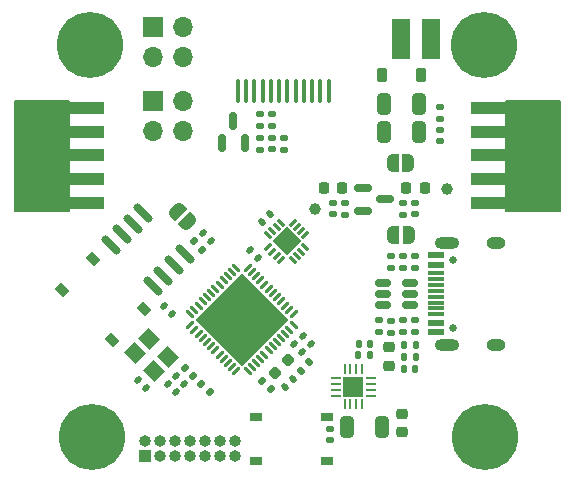
<source format=gbr>
%TF.GenerationSoftware,KiCad,Pcbnew,7.0.5-0*%
%TF.CreationDate,2023-07-12T10:20:26-04:00*%
%TF.ProjectId,stm32g431-mt6701-stspin233,73746d33-3267-4343-9331-2d6d74363730,rev?*%
%TF.SameCoordinates,Original*%
%TF.FileFunction,Soldermask,Top*%
%TF.FilePolarity,Negative*%
%FSLAX46Y46*%
G04 Gerber Fmt 4.6, Leading zero omitted, Abs format (unit mm)*
G04 Created by KiCad (PCBNEW 7.0.5-0) date 2023-07-12 10:20:26*
%MOMM*%
%LPD*%
G01*
G04 APERTURE LIST*
G04 Aperture macros list*
%AMRoundRect*
0 Rectangle with rounded corners*
0 $1 Rounding radius*
0 $2 $3 $4 $5 $6 $7 $8 $9 X,Y pos of 4 corners*
0 Add a 4 corners polygon primitive as box body*
4,1,4,$2,$3,$4,$5,$6,$7,$8,$9,$2,$3,0*
0 Add four circle primitives for the rounded corners*
1,1,$1+$1,$2,$3*
1,1,$1+$1,$4,$5*
1,1,$1+$1,$6,$7*
1,1,$1+$1,$8,$9*
0 Add four rect primitives between the rounded corners*
20,1,$1+$1,$2,$3,$4,$5,0*
20,1,$1+$1,$4,$5,$6,$7,0*
20,1,$1+$1,$6,$7,$8,$9,0*
20,1,$1+$1,$8,$9,$2,$3,0*%
%AMRotRect*
0 Rectangle, with rotation*
0 The origin of the aperture is its center*
0 $1 length*
0 $2 width*
0 $3 Rotation angle, in degrees counterclockwise*
0 Add horizontal line*
21,1,$1,$2,0,0,$3*%
%AMFreePoly0*
4,1,19,0.500000,-0.750000,0.000000,-0.750000,0.000000,-0.744911,-0.071157,-0.744911,-0.207708,-0.704816,-0.327430,-0.627875,-0.420627,-0.520320,-0.479746,-0.390866,-0.500000,-0.250000,-0.500000,0.250000,-0.479746,0.390866,-0.420627,0.520320,-0.327430,0.627875,-0.207708,0.704816,-0.071157,0.744911,0.000000,0.744911,0.000000,0.750000,0.500000,0.750000,0.500000,-0.750000,0.500000,-0.750000,
$1*%
%AMFreePoly1*
4,1,19,0.000000,0.744911,0.071157,0.744911,0.207708,0.704816,0.327430,0.627875,0.420627,0.520320,0.479746,0.390866,0.500000,0.250000,0.500000,-0.250000,0.479746,-0.390866,0.420627,-0.520320,0.327430,-0.627875,0.207708,-0.704816,0.071157,-0.744911,0.000000,-0.744911,0.000000,-0.750000,-0.500000,-0.750000,-0.500000,0.750000,0.000000,0.750000,0.000000,0.744911,0.000000,0.744911,
$1*%
G04 Aperture macros list end*
%ADD10C,0.150000*%
%ADD11RoundRect,0.140000X0.170000X-0.140000X0.170000X0.140000X-0.170000X0.140000X-0.170000X-0.140000X0*%
%ADD12RoundRect,0.218750X-0.218750X-0.256250X0.218750X-0.256250X0.218750X0.256250X-0.218750X0.256250X0*%
%ADD13RoundRect,0.150000X0.689429X-0.477297X-0.477297X0.689429X-0.689429X0.477297X0.477297X-0.689429X0*%
%ADD14RoundRect,0.135000X-0.185000X0.135000X-0.185000X-0.135000X0.185000X-0.135000X0.185000X0.135000X0*%
%ADD15RoundRect,0.135000X-0.135000X-0.185000X0.135000X-0.185000X0.135000X0.185000X-0.135000X0.185000X0*%
%ADD16RoundRect,0.140000X-0.170000X0.140000X-0.170000X-0.140000X0.170000X-0.140000X0.170000X0.140000X0*%
%ADD17RoundRect,0.135000X0.135000X0.185000X-0.135000X0.185000X-0.135000X-0.185000X0.135000X-0.185000X0*%
%ADD18RoundRect,0.135000X0.185000X-0.135000X0.185000X0.135000X-0.185000X0.135000X-0.185000X-0.135000X0*%
%ADD19RoundRect,0.150000X0.150000X-0.587500X0.150000X0.587500X-0.150000X0.587500X-0.150000X-0.587500X0*%
%ADD20RoundRect,0.135000X0.226274X0.035355X0.035355X0.226274X-0.226274X-0.035355X-0.035355X-0.226274X0*%
%ADD21C,5.600000*%
%ADD22FreePoly0,180.000000*%
%ADD23FreePoly1,180.000000*%
%ADD24RoundRect,0.225000X0.250000X-0.225000X0.250000X0.225000X-0.250000X0.225000X-0.250000X-0.225000X0*%
%ADD25R,1.500000X3.500000*%
%ADD26RoundRect,0.135000X-0.226274X-0.035355X-0.035355X-0.226274X0.226274X0.035355X0.035355X0.226274X0*%
%ADD27RoundRect,0.140000X-0.140000X-0.170000X0.140000X-0.170000X0.140000X0.170000X-0.140000X0.170000X0*%
%ADD28RoundRect,0.218750X0.256250X-0.218750X0.256250X0.218750X-0.256250X0.218750X-0.256250X-0.218750X0*%
%ADD29RoundRect,0.250000X-0.325000X-0.650000X0.325000X-0.650000X0.325000X0.650000X-0.325000X0.650000X0*%
%ADD30R,1.000000X1.000000*%
%ADD31O,1.000000X1.000000*%
%ADD32RoundRect,0.218750X0.218750X0.256250X-0.218750X0.256250X-0.218750X-0.256250X0.218750X-0.256250X0*%
%ADD33RoundRect,0.140000X-0.219203X-0.021213X-0.021213X-0.219203X0.219203X0.021213X0.021213X0.219203X0*%
%ADD34RoundRect,0.135000X0.035355X-0.226274X0.226274X-0.035355X-0.035355X0.226274X-0.226274X0.035355X0*%
%ADD35RoundRect,0.225000X0.225000X0.375000X-0.225000X0.375000X-0.225000X-0.375000X0.225000X-0.375000X0*%
%ADD36RotRect,1.400000X1.200000X315.000000*%
%ADD37RoundRect,0.150000X0.512500X0.150000X-0.512500X0.150000X-0.512500X-0.150000X0.512500X-0.150000X0*%
%ADD38RoundRect,0.062500X-0.325000X-0.062500X0.325000X-0.062500X0.325000X0.062500X-0.325000X0.062500X0*%
%ADD39RoundRect,0.062500X-0.062500X-0.325000X0.062500X-0.325000X0.062500X0.325000X-0.062500X0.325000X0*%
%ADD40R,1.800000X1.800000*%
%ADD41RoundRect,0.140000X0.219203X0.021213X0.021213X0.219203X-0.219203X-0.021213X-0.021213X-0.219203X0*%
%ADD42RoundRect,0.250000X0.325000X0.650000X-0.325000X0.650000X-0.325000X-0.650000X0.325000X-0.650000X0*%
%ADD43C,0.650000*%
%ADD44R,1.450000X0.600000*%
%ADD45R,1.450000X0.300000*%
%ADD46O,2.100000X1.000000*%
%ADD47O,1.600000X1.000000*%
%ADD48FreePoly0,315.000000*%
%ADD49FreePoly1,315.000000*%
%ADD50RoundRect,0.140000X-0.021213X0.219203X-0.219203X0.021213X0.021213X-0.219203X0.219203X-0.021213X0*%
%ADD51RoundRect,0.218750X-0.026517X0.335876X-0.335876X0.026517X0.026517X-0.335876X0.335876X-0.026517X0*%
%ADD52RoundRect,0.150000X-0.587500X-0.150000X0.587500X-0.150000X0.587500X0.150000X-0.587500X0.150000X0*%
%ADD53R,4.000000X1.000000*%
%ADD54RoundRect,0.062500X-0.220971X-0.309359X0.309359X0.220971X0.220971X0.309359X-0.309359X-0.220971X0*%
%ADD55RoundRect,0.062500X0.220971X-0.309359X0.309359X-0.220971X-0.220971X0.309359X-0.309359X0.220971X0*%
%ADD56RotRect,5.600000X5.600000X45.000000*%
%ADD57R,1.000000X0.750000*%
%ADD58C,1.000000*%
%ADD59RoundRect,0.062500X-0.203293X-0.291682X0.291682X0.203293X0.203293X0.291682X-0.291682X-0.203293X0*%
%ADD60RoundRect,0.062500X0.203293X-0.291682X0.291682X-0.203293X-0.203293X0.291682X-0.291682X0.203293X0*%
%ADD61RotRect,1.700000X1.700000X45.000000*%
%ADD62RotRect,1.000000X0.750000X135.000000*%
%ADD63R,1.700000X1.700000*%
%ADD64O,1.700000X1.700000*%
%ADD65RoundRect,0.087500X-0.087500X0.912500X-0.087500X-0.912500X0.087500X-0.912500X0.087500X0.912500X0*%
G04 APERTURE END LIST*
D10*
X146800000Y-55350000D02*
X151375000Y-55350000D01*
X151375000Y-64700000D01*
X146800000Y-64700000D01*
X146800000Y-55350000D01*
G36*
X146800000Y-55350000D02*
G01*
X151375000Y-55350000D01*
X151375000Y-64700000D01*
X146800000Y-64700000D01*
X146800000Y-55350000D01*
G37*
X105225000Y-55375000D02*
X109800000Y-55375000D01*
X109800000Y-64725000D01*
X105225000Y-64725000D01*
X105225000Y-55375000D01*
G36*
X105225000Y-55375000D02*
G01*
X109800000Y-55375000D01*
X109800000Y-64725000D01*
X105225000Y-64725000D01*
X105225000Y-55375000D01*
G37*
D11*
%TO.C,C707*%
X141250000Y-56880000D03*
X141250000Y-55920000D03*
%TD*%
D12*
%TO.C,D702*%
X131412500Y-62750000D03*
X132987500Y-62750000D03*
%TD*%
D13*
%TO.C,U101*%
X116926975Y-71073026D03*
X117825000Y-70175000D03*
X118723026Y-69276974D03*
X119621052Y-68378949D03*
X116120873Y-64878770D03*
X115222848Y-65776796D03*
X114324822Y-66674822D03*
X113426796Y-67572847D03*
%TD*%
D14*
%TO.C,R206*%
X136075000Y-73965000D03*
X136075000Y-74985000D03*
%TD*%
D15*
%TO.C,R303*%
X138155000Y-76025000D03*
X139175000Y-76025000D03*
%TD*%
D16*
%TO.C,C502*%
X127050000Y-56520000D03*
X127050000Y-57480000D03*
%TD*%
D17*
%TO.C,R301*%
X135335000Y-76925000D03*
X134315000Y-76925000D03*
%TD*%
D18*
%TO.C,R702*%
X133200000Y-65010000D03*
X133200000Y-63990000D03*
%TD*%
D19*
%TO.C,Q501*%
X122800000Y-58937500D03*
X124700000Y-58937500D03*
X123750000Y-57062500D03*
%TD*%
D20*
%TO.C,R203*%
X120356837Y-78681837D03*
X119635589Y-77960589D03*
%TD*%
D21*
%TO.C,H104*%
X145075000Y-83875000D03*
%TD*%
D22*
%TO.C,JP601*%
X138600000Y-66750000D03*
D23*
X137300000Y-66750000D03*
%TD*%
D24*
%TO.C,C303*%
X138000000Y-83400000D03*
X138000000Y-81850000D03*
%TD*%
D25*
%TO.C,J107*%
X137974693Y-50137500D03*
X140474693Y-50137500D03*
%TD*%
D26*
%TO.C,R401*%
X121014376Y-79339376D03*
X121735624Y-80060624D03*
%TD*%
D27*
%TO.C,C302*%
X138160000Y-78050000D03*
X139120000Y-78050000D03*
%TD*%
D11*
%TO.C,C706*%
X132175000Y-64980000D03*
X132175000Y-64020000D03*
%TD*%
D16*
%TO.C,C501*%
X127050000Y-58495000D03*
X127050000Y-59455000D03*
%TD*%
D14*
%TO.C,R601*%
X137100000Y-73975000D03*
X137100000Y-74995000D03*
%TD*%
D28*
%TO.C,D301*%
X136890000Y-77787500D03*
X136890000Y-76212500D03*
%TD*%
D22*
%TO.C,JP701*%
X138550000Y-60600000D03*
D23*
X137250000Y-60600000D03*
%TD*%
D29*
%TO.C,C701*%
X133375000Y-82950000D03*
X136325000Y-82950000D03*
%TD*%
D30*
%TO.C,J201*%
X116275000Y-85475000D03*
D31*
X116275000Y-84205000D03*
X117545000Y-85475000D03*
X117545000Y-84205000D03*
X118815000Y-85475000D03*
X118815000Y-84205000D03*
X120085000Y-85475000D03*
X120085000Y-84205000D03*
X121355000Y-85475000D03*
X121355000Y-84205000D03*
X122625000Y-85475000D03*
X122625000Y-84205000D03*
X123895000Y-85475000D03*
X123895000Y-84205000D03*
%TD*%
D18*
%TO.C,R501*%
X128075000Y-59510000D03*
X128075000Y-58490000D03*
%TD*%
D21*
%TO.C,H101*%
X144950000Y-50650000D03*
%TD*%
D32*
%TO.C,D701*%
X139962500Y-62750000D03*
X138387500Y-62750000D03*
%TD*%
D33*
%TO.C,C205*%
X115696178Y-78996178D03*
X116375000Y-79675000D03*
%TD*%
D34*
%TO.C,R202*%
X129439341Y-78231837D03*
X130160589Y-77510589D03*
%TD*%
D35*
%TO.C,D101*%
X139625000Y-53175000D03*
X136325000Y-53175000D03*
%TD*%
D36*
%TO.C,Y201*%
X115433543Y-76712705D03*
X116989178Y-78268340D03*
X118191259Y-77066259D03*
X116635624Y-75510624D03*
%TD*%
D37*
%TO.C,U601*%
X138700000Y-72695000D03*
X138700000Y-71745000D03*
X138700000Y-70795000D03*
X136425000Y-70795000D03*
X136425000Y-71745000D03*
X136425000Y-72695000D03*
%TD*%
D38*
%TO.C,U301*%
X132427500Y-78837500D03*
X132427500Y-79337500D03*
X132427500Y-79837500D03*
X132427500Y-80337500D03*
D39*
X133165000Y-81075000D03*
X133665000Y-81075000D03*
X134165000Y-81075000D03*
X134665000Y-81075000D03*
D38*
X135402500Y-80337500D03*
X135402500Y-79837500D03*
X135402500Y-79337500D03*
X135402500Y-78837500D03*
D39*
X134665000Y-78100000D03*
X134165000Y-78100000D03*
X133665000Y-78100000D03*
X133165000Y-78100000D03*
D40*
X133915000Y-79587500D03*
%TD*%
D41*
%TO.C,C202*%
X118514411Y-73389411D03*
X117835589Y-72710589D03*
%TD*%
D42*
%TO.C,C704*%
X139450000Y-58050000D03*
X136500000Y-58050000D03*
%TD*%
D18*
%TO.C,R503*%
X126025000Y-59500000D03*
X126025000Y-58480000D03*
%TD*%
D33*
%TO.C,C204*%
X129635589Y-75285589D03*
X130314411Y-75964411D03*
%TD*%
D16*
%TO.C,C705*%
X141250000Y-57825000D03*
X141250000Y-58785000D03*
%TD*%
D42*
%TO.C,C703*%
X139450000Y-55625000D03*
X136500000Y-55625000D03*
%TD*%
D18*
%TO.C,R204*%
X139125000Y-69535000D03*
X139125000Y-68515000D03*
%TD*%
D33*
%TO.C,C101*%
X121150000Y-66550000D03*
X121828822Y-67228822D03*
%TD*%
D43*
%TO.C,J601*%
X142375000Y-74590000D03*
X142375000Y-68810000D03*
D44*
X140930000Y-74950000D03*
X140930000Y-74150000D03*
D45*
X140930000Y-72950000D03*
X140930000Y-71950000D03*
X140930000Y-71450000D03*
X140930000Y-70450000D03*
D44*
X140930000Y-69250000D03*
X140930000Y-68450000D03*
X140930000Y-68450000D03*
X140930000Y-69250000D03*
D45*
X140930000Y-69950000D03*
X140930000Y-70950000D03*
X140930000Y-72450000D03*
X140930000Y-73450000D03*
D44*
X140930000Y-74150000D03*
X140930000Y-74950000D03*
D46*
X141845000Y-76020000D03*
D47*
X146025000Y-76020000D03*
D46*
X141845000Y-67380000D03*
D47*
X146025000Y-67380000D03*
%TD*%
D48*
%TO.C,J106*%
X118965381Y-64715381D03*
D49*
X119884619Y-65634619D03*
%TD*%
D50*
%TO.C,C401*%
X126850000Y-64925000D03*
X126171178Y-65603822D03*
%TD*%
D21*
%TO.C,H102*%
X111600000Y-50625000D03*
%TD*%
D51*
%TO.C,D201*%
X128417436Y-77303742D03*
X127303742Y-78417436D03*
%TD*%
D18*
%TO.C,R701*%
X138150000Y-65010000D03*
X138150000Y-63990000D03*
%TD*%
D11*
%TO.C,C702*%
X139150000Y-64980000D03*
X139150000Y-64020000D03*
%TD*%
D41*
%TO.C,C203*%
X125850000Y-68650000D03*
X125171178Y-67971178D03*
%TD*%
D21*
%TO.C,H103*%
X111800000Y-83800000D03*
%TD*%
D52*
%TO.C,U701*%
X134742500Y-62770000D03*
X134742500Y-64670000D03*
X136617500Y-63720000D03*
%TD*%
D53*
%TO.C,J104*%
X110825000Y-64000000D03*
X110825000Y-62000000D03*
X110825000Y-60000000D03*
X110825000Y-58000000D03*
X110825000Y-56000000D03*
%TD*%
D26*
%TO.C,R201*%
X126185589Y-79085589D03*
X126906837Y-79806837D03*
%TD*%
D11*
%TO.C,C602*%
X138125000Y-69505000D03*
X138125000Y-68545000D03*
%TD*%
D14*
%TO.C,R207*%
X137100000Y-68530000D03*
X137100000Y-69550000D03*
%TD*%
D33*
%TO.C,C201*%
X128921178Y-75996178D03*
X129600000Y-76675000D03*
%TD*%
D50*
%TO.C,C207*%
X128760589Y-78885589D03*
X128081767Y-79564411D03*
%TD*%
D41*
%TO.C,C208*%
X119610624Y-79360624D03*
X118931802Y-78681802D03*
%TD*%
D54*
%TO.C,U201*%
X120105366Y-74384225D03*
X120458919Y-74737778D03*
X120812473Y-75091332D03*
X121166026Y-75444885D03*
X121519579Y-75798438D03*
X121873133Y-76151992D03*
X122226686Y-76505545D03*
X122580240Y-76859099D03*
X122933793Y-77212652D03*
X123287346Y-77566205D03*
X123640900Y-77919759D03*
X123994453Y-78273312D03*
D55*
X124966725Y-78273312D03*
X125320278Y-77919759D03*
X125673832Y-77566205D03*
X126027385Y-77212652D03*
X126380938Y-76859099D03*
X126734492Y-76505545D03*
X127088045Y-76151992D03*
X127441599Y-75798438D03*
X127795152Y-75444885D03*
X128148705Y-75091332D03*
X128502259Y-74737778D03*
X128855812Y-74384225D03*
D54*
X128855812Y-73411953D03*
X128502259Y-73058400D03*
X128148705Y-72704846D03*
X127795152Y-72351293D03*
X127441599Y-71997740D03*
X127088045Y-71644186D03*
X126734492Y-71290633D03*
X126380938Y-70937079D03*
X126027385Y-70583526D03*
X125673832Y-70229973D03*
X125320278Y-69876419D03*
X124966725Y-69522866D03*
D55*
X123994453Y-69522866D03*
X123640900Y-69876419D03*
X123287346Y-70229973D03*
X122933793Y-70583526D03*
X122580240Y-70937079D03*
X122226686Y-71290633D03*
X121873133Y-71644186D03*
X121519579Y-71997740D03*
X121166026Y-72351293D03*
X120812473Y-72704846D03*
X120458919Y-73058400D03*
X120105366Y-73411953D03*
D56*
X124480589Y-73898089D03*
%TD*%
D11*
%TO.C,C304*%
X131950000Y-84105000D03*
X131950000Y-83145000D03*
%TD*%
D26*
%TO.C,R101*%
X120414376Y-67264376D03*
X121135624Y-67985624D03*
%TD*%
D57*
%TO.C,SW201*%
X125700000Y-82150000D03*
X131700000Y-82150000D03*
X125700000Y-85900000D03*
X131700000Y-85900000D03*
%TD*%
D15*
%TO.C,R302*%
X138155000Y-77050000D03*
X139175000Y-77050000D03*
%TD*%
D58*
%TO.C,TP701*%
X141875000Y-62800000D03*
%TD*%
%TO.C,TP702*%
X130675000Y-64575000D03*
%TD*%
D27*
%TO.C,C301*%
X134345000Y-75925000D03*
X135305000Y-75925000D03*
%TD*%
D18*
%TO.C,R205*%
X139125000Y-74985000D03*
X139125000Y-73965000D03*
%TD*%
D59*
%TO.C,U401*%
X126698026Y-67778814D03*
X127051580Y-68132367D03*
X127405133Y-68485920D03*
X127758686Y-68839474D03*
D60*
X128766314Y-68839474D03*
X129119867Y-68485920D03*
X129473420Y-68132367D03*
X129826974Y-67778814D03*
D59*
X129826974Y-66771186D03*
X129473420Y-66417633D03*
X129119867Y-66064080D03*
X128766314Y-65710526D03*
D60*
X127758686Y-65710526D03*
X127405133Y-66064080D03*
X127051580Y-66417633D03*
X126698026Y-66771186D03*
D61*
X128262500Y-67275000D03*
%TD*%
D16*
%TO.C,C601*%
X138100000Y-73970000D03*
X138100000Y-74930000D03*
%TD*%
D62*
%TO.C,SW202*%
X113495495Y-75647146D03*
X109252854Y-71404505D03*
X116147146Y-72995495D03*
X111904505Y-68752854D03*
%TD*%
D63*
%TO.C,J101*%
X116985000Y-49135000D03*
D64*
X119525000Y-49135000D03*
X116985000Y-51675000D03*
X119525000Y-51675000D03*
%TD*%
D63*
%TO.C,J102*%
X116985000Y-55425000D03*
D64*
X119525000Y-55425000D03*
X116985000Y-57965000D03*
X119525000Y-57965000D03*
%TD*%
D18*
%TO.C,R502*%
X126025000Y-57510000D03*
X126025000Y-56490000D03*
%TD*%
D33*
%TO.C,C206*%
X118231802Y-79381802D03*
X118910624Y-80060624D03*
%TD*%
D53*
%TO.C,J103*%
X145816800Y-64002800D03*
X145816800Y-62002800D03*
X145816800Y-60002800D03*
X145816800Y-58002800D03*
X145816800Y-56002800D03*
%TD*%
D65*
%TO.C,U501*%
X124125000Y-54537500D03*
X124825000Y-54537500D03*
X125525000Y-54537500D03*
X126225000Y-54537500D03*
X126925000Y-54537500D03*
X127625000Y-54537500D03*
X128325000Y-54537500D03*
X129025000Y-54537500D03*
X129725000Y-54537500D03*
X130425000Y-54537500D03*
X131125000Y-54537500D03*
X131825000Y-54537500D03*
%TD*%
M02*

</source>
